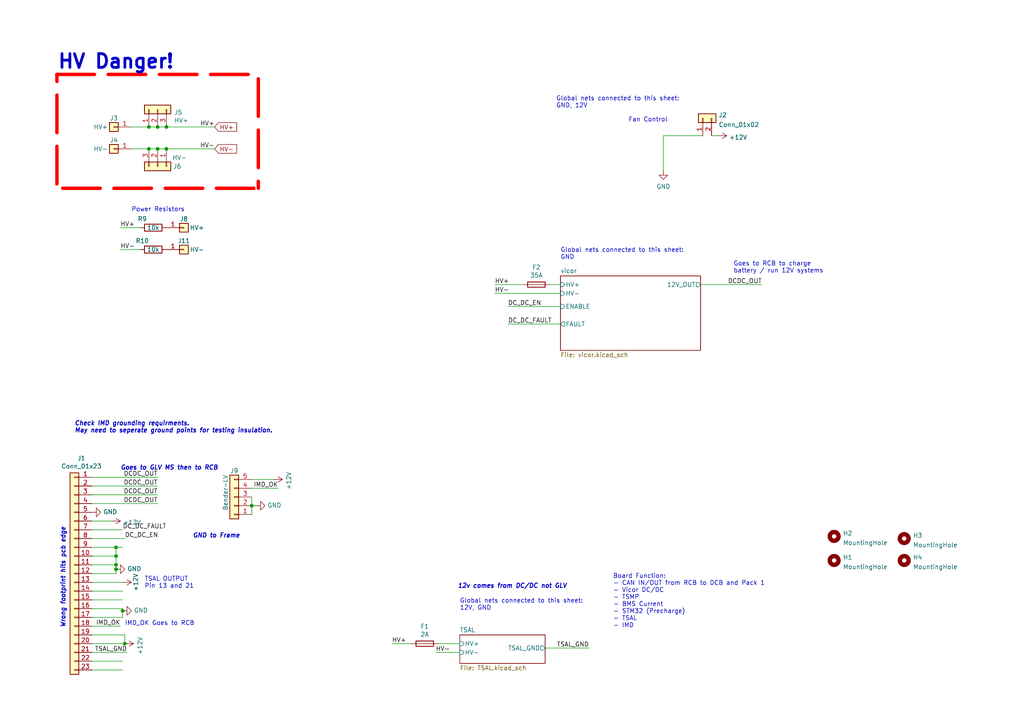
<source format=kicad_sch>
(kicad_sch (version 20211123) (generator eeschema)
  (paper "A4")
  (lib_symbols
    (symbol "Connector_Generic:Conn_01x01" (pin_names (offset 1.016) hide)
      (property "Reference" "J" (at 0 2.54 0))
      (property "Value" "Conn_01x01" (at 0 -2.54 0))
      (symbol "Conn_01x01_1_1"
        (rectangle (start -1.27 0.127) (end 0 -0.127) (stroke (width 0.1524)))
        (rectangle (start -1.27 1.27) (end 1.27 -1.27) (stroke (width 0.254)) (fill (type background)))
        (pin passive line (at -5.08 0 0) (length 3.81) (name "Pin_1") (number "1"))
      )
    )
    (symbol "Connector_Generic:Conn_01x02" (pin_names (offset 1.016) hide)
      (property "Reference" "J" (at 0 2.54 0))
      (property "Value" "Conn_01x02" (at 0 -5.08 0))
      (symbol "Conn_01x02_1_1"
        (rectangle (start -1.27 -2.413) (end 0 -2.667) (stroke (width 0.1524)))
        (rectangle (start -1.27 0.127) (end 0 -0.127) (stroke (width 0.1524)))
        (rectangle (start -1.27 1.27) (end 1.27 -3.81) (stroke (width 0.254)) (fill (type background)))
        (pin passive line (at -5.08 0 0) (length 3.81) (name "Pin_1") (number "1"))
        (pin passive line (at -5.08 -2.54 0) (length 3.81) (name "Pin_2") (number "2"))
      )
    )
    (symbol "Connector_Generic:Conn_01x03" (pin_names (offset 1.016) hide)
      (property "Reference" "J" (at 0 5.08 0))
      (property "Value" "Conn_01x03" (at 0 -5.08 0))
      (symbol "Conn_01x03_1_1"
        (rectangle (start -1.27 -2.413) (end 0 -2.667) (stroke (width 0.1524)))
        (rectangle (start -1.27 0.127) (end 0 -0.127) (stroke (width 0.1524)))
        (rectangle (start -1.27 2.667) (end 0 2.413) (stroke (width 0.1524)))
        (rectangle (start -1.27 3.81) (end 1.27 -3.81) (stroke (width 0.254)) (fill (type background)))
        (pin passive line (at -5.08 2.54 0) (length 3.81) (name "Pin_1") (number "1"))
        (pin passive line (at -5.08 0 0) (length 3.81) (name "Pin_2") (number "2"))
        (pin passive line (at -5.08 -2.54 0) (length 3.81) (name "Pin_3") (number "3"))
      )
    )
    (symbol "Connector_Generic:Conn_01x05" (pin_names (offset 1.016) hide)
      (property "Reference" "J" (at 0 7.62 0))
      (property "Value" "Conn_01x05" (at 0 -7.62 0))
      (symbol "Conn_01x05_1_1"
        (rectangle (start -1.27 -4.953) (end 0 -5.207) (stroke (width 0.1524)))
        (rectangle (start -1.27 -2.413) (end 0 -2.667) (stroke (width 0.1524)))
        (rectangle (start -1.27 0.127) (end 0 -0.127) (stroke (width 0.1524)))
        (rectangle (start -1.27 2.667) (end 0 2.413) (stroke (width 0.1524)))
        (rectangle (start -1.27 5.207) (end 0 4.953) (stroke (width 0.1524)))
        (rectangle (start -1.27 6.35) (end 1.27 -6.35) (stroke (width 0.254)) (fill (type background)))
        (pin passive line (at -5.08 5.08 0) (length 3.81) (name "Pin_1") (number "1"))
        (pin passive line (at -5.08 2.54 0) (length 3.81) (name "Pin_2") (number "2"))
        (pin passive line (at -5.08 0 0) (length 3.81) (name "Pin_3") (number "3"))
        (pin passive line (at -5.08 -2.54 0) (length 3.81) (name "Pin_4") (number "4"))
        (pin passive line (at -5.08 -5.08 0) (length 3.81) (name "Pin_5") (number "5"))
      )
    )
    (symbol "Connector_Generic:Conn_01x23" (pin_names (offset 1.016) hide)
      (property "Reference" "J" (at 0 30.48 0))
      (property "Value" "Conn_01x23" (at 0 -30.48 0))
      (symbol "Conn_01x23_1_1"
        (rectangle (start -1.27 -27.813) (end 0 -28.067) (stroke (width 0.1524)))
        (rectangle (start -1.27 -25.273) (end 0 -25.527) (stroke (width 0.1524)))
        (rectangle (start -1.27 -22.733) (end 0 -22.987) (stroke (width 0.1524)))
        (rectangle (start -1.27 -20.193) (end 0 -20.447) (stroke (width 0.1524)))
        (rectangle (start -1.27 -17.653) (end 0 -17.907) (stroke (width 0.1524)))
        (rectangle (start -1.27 -15.113) (end 0 -15.367) (stroke (width 0.1524)))
        (rectangle (start -1.27 -12.573) (end 0 -12.827) (stroke (width 0.1524)))
        (rectangle (start -1.27 -10.033) (end 0 -10.287) (stroke (width 0.1524)))
        (rectangle (start -1.27 -7.493) (end 0 -7.747) (stroke (width 0.1524)))
        (rectangle (start -1.27 -4.953) (end 0 -5.207) (stroke (width 0.1524)))
        (rectangle (start -1.27 -2.413) (end 0 -2.667) (stroke (width 0.1524)))
        (rectangle (start -1.27 0.127) (end 0 -0.127) (stroke (width 0.1524)))
        (rectangle (start -1.27 2.667) (end 0 2.413) (stroke (width 0.1524)))
        (rectangle (start -1.27 5.207) (end 0 4.953) (stroke (width 0.1524)))
        (rectangle (start -1.27 7.747) (end 0 7.493) (stroke (width 0.1524)))
        (rectangle (start -1.27 10.287) (end 0 10.033) (stroke (width 0.1524)))
        (rectangle (start -1.27 12.827) (end 0 12.573) (stroke (width 0.1524)))
        (rectangle (start -1.27 15.367) (end 0 15.113) (stroke (width 0.1524)))
        (rectangle (start -1.27 17.907) (end 0 17.653) (stroke (width 0.1524)))
        (rectangle (start -1.27 20.447) (end 0 20.193) (stroke (width 0.1524)))
        (rectangle (start -1.27 22.987) (end 0 22.733) (stroke (width 0.1524)))
        (rectangle (start -1.27 25.527) (end 0 25.273) (stroke (width 0.1524)))
        (rectangle (start -1.27 28.067) (end 0 27.813) (stroke (width 0.1524)))
        (rectangle (start -1.27 29.21) (end 1.27 -29.21) (stroke (width 0.254)) (fill (type background)))
        (pin passive line (at -5.08 27.94 0) (length 3.81) (name "Pin_1") (number "1"))
        (pin passive line (at -5.08 5.08 0) (length 3.81) (name "Pin_10") (number "10"))
        (pin passive line (at -5.08 2.54 0) (length 3.81) (name "Pin_11") (number "11"))
        (pin passive line (at -5.08 0 0) (length 3.81) (name "Pin_12") (number "12"))
        (pin passive line (at -5.08 -2.54 0) (length 3.81) (name "Pin_13") (number "13"))
        (pin passive line (at -5.08 -5.08 0) (length 3.81) (name "Pin_14") (number "14"))
        (pin passive line (at -5.08 -7.62 0) (length 3.81) (name "Pin_15") (number "15"))
        (pin passive line (at -5.08 -10.16 0) (length 3.81) (name "Pin_16") (number "16"))
        (pin passive line (at -5.08 -12.7 0) (length 3.81) (name "Pin_17") (number "17"))
        (pin passive line (at -5.08 -15.24 0) (length 3.81) (name "Pin_18") (number "18"))
        (pin passive line (at -5.08 -17.78 0) (length 3.81) (name "Pin_19") (number "19"))
        (pin passive line (at -5.08 25.4 0) (length 3.81) (name "Pin_2") (number "2"))
        (pin passive line (at -5.08 -20.32 0) (length 3.81) (name "Pin_20") (number "20"))
        (pin passive line (at -5.08 -22.86 0) (length 3.81) (name "Pin_21") (number "21"))
        (pin passive line (at -5.08 -25.4 0) (length 3.81) (name "Pin_22") (number "22"))
        (pin passive line (at -5.08 -27.94 0) (length 3.81) (name "Pin_23") (number "23"))
        (pin passive line (at -5.08 22.86 0) (length 3.81) (name "Pin_3") (number "3"))
        (pin passive line (at -5.08 20.32 0) (length 3.81) (name "Pin_4") (number "4"))
        (pin passive line (at -5.08 17.78 0) (length 3.81) (name "Pin_5") (number "5"))
        (pin passive line (at -5.08 15.24 0) (length 3.81) (name "Pin_6") (number "6"))
        (pin passive line (at -5.08 12.7 0) (length 3.81) (name "Pin_7") (number "7"))
        (pin passive line (at -5.08 10.16 0) (length 3.81) (name "Pin_8") (number "8"))
        (pin passive line (at -5.08 7.62 0) (length 3.81) (name "Pin_9") (number "9"))
      )
    )
    (symbol "Device:Fuse" (pin_numbers hide) (pin_names (offset 0))
      (property "Reference" "F" (at 2.032 0 90))
      (property "Value" "Fuse" (at -1.905 0 90))
      (symbol "Fuse_0_1"
        (rectangle (start -0.762 -2.54) (end 0.762 2.54) (stroke (width 0.254)))
        (polyline (pts (xy 0 2.54) (xy 0 -2.54)))
      )
      (symbol "Fuse_1_1"
        (pin passive line (at 0 3.81 270) (length 1.27) (name "~") (number "1"))
        (pin passive line (at 0 -3.81 90) (length 1.27) (name "~") (number "2"))
      )
    )
    (symbol "Device:R" (pin_numbers hide) (pin_names (offset 0))
      (property "Reference" "R" (at 2.032 0 90))
      (property "Value" "R" (at 0 0 90))
      (symbol "R_0_1"
        (rectangle (start -1.016 -2.54) (end 1.016 2.54) (stroke (width 0.254)))
      )
      (symbol "R_1_1"
        (pin passive line (at 0 3.81 270) (length 1.27) (name "~") (number "1"))
        (pin passive line (at 0 -3.81 90) (length 1.27) (name "~") (number "2"))
      )
    )
    (symbol "Mechanical:MountingHole" (pin_names (offset 1.016))
      (property "Reference" "H" (at 0 5.08 0))
      (property "Value" "MountingHole" (at 0 3.175 0))
      (symbol "MountingHole_0_1"
        (circle (center 0 0) (radius 1.27) (stroke (width 1.27)))
      )
    )
    (symbol "power:+12V" (power) (pin_names (offset 0))
      (property "Value" "+12V" (at 0 3.556 0))
      (symbol "+12V_0_1"
        (polyline (pts (xy -0.762 1.27) (xy 0 2.54)))
        (polyline (pts (xy 0 0) (xy 0 2.54)))
        (polyline (pts (xy 0 2.54) (xy 0.762 1.27)))
      )
      (symbol "+12V_1_1"
        (pin power_in line (at 0 0 90) (length 0) hide (name "+12V") (number "1"))
      )
    )
    (symbol "power:GND" (power) (pin_names (offset 0))
      (property "Value" "GND" (at 0 -3.81 0))
      (symbol "GND_0_1"
        (polyline (pts (xy 0 0) (xy 0 -1.27) (xy 1.27 -1.27) (xy 0 -2.54) (xy -1.27 -1.27) (xy 0 -1.27)))
      )
      (symbol "GND_1_1"
        (pin power_in line (at 0 0 270) (length 0) hide (name "GND") (number "1"))
      )
    )
  )
  (junction (at 35.56 177.165))
  (junction (at 33.655 165.1))
  (junction (at 33.655 161.29))
  (junction (at 45.72 43.18))
  (junction (at 45.72 36.83))
  (junction (at 36.195 186.69))
  (junction (at 48.26 43.18))
  (junction (at 43.18 43.18))
  (junction (at 43.18 36.83))
  (junction (at 33.655 163.83))
  (junction (at 48.26 36.83))
  (junction (at 73.025 146.685))
  (junction (at 33.655 158.75))
  (wire (pts (xy 26.67 140.97) (xy 45.72 140.97)))
  (wire (pts (xy 38.1 43.18) (xy 43.18 43.18)))
  (wire (pts (xy 26.67 191.77) (xy 35.56 191.77)))
  (wire (pts (xy 26.67 153.67) (xy 35.56 153.67)))
  (wire (pts (xy 113.665 186.69) (xy 119.38 186.69)))
  (wire (pts (xy 73.025 146.685) (xy 74.295 146.685)))
  (wire (pts (xy 73.025 141.605) (xy 80.645 141.605)))
  (wire (pts (xy 26.67 173.99) (xy 35.56 173.99)))
  (wire (pts (xy 147.32 88.9) (xy 162.56 88.9)))
  (wire (pts (xy 26.67 138.43) (xy 45.72 138.43)))
  (wire (pts (xy 162.56 82.55) (xy 159.385 82.55)))
  (wire (pts (xy 26.67 158.75) (xy 33.655 158.75)))
  (wire (pts (xy 33.655 163.83) (xy 33.655 165.1)))
  (polyline (pts (xy 73.66 54.61) (xy 16.51 54.61)) (stroke (width 0.9906) (color 255 0 0 1)))
  (wire (pts (xy 26.67 179.07) (xy 35.56 179.07)))
  (wire (pts (xy 203.2 82.55) (xy 220.98 82.55)))
  (wire (pts (xy 26.67 181.61) (xy 34.925 181.61)))
  (wire (pts (xy 36.195 186.69) (xy 26.67 186.69)))
  (wire (pts (xy 33.655 166.37) (xy 26.67 166.37)))
  (wire (pts (xy 26.67 146.05) (xy 45.72 146.05)))
  (wire (pts (xy 170.815 187.96) (xy 158.115 187.96)))
  (wire (pts (xy 73.025 146.685) (xy 73.025 149.225)))
  (wire (pts (xy 26.67 171.45) (xy 35.56 171.45)))
  (wire (pts (xy 192.405 49.53) (xy 192.405 39.37)))
  (wire (pts (xy 35.56 176.53) (xy 35.56 177.165)))
  (wire (pts (xy 26.67 163.83) (xy 33.655 163.83)))
  (wire (pts (xy 26.67 156.21) (xy 36.195 156.21)))
  (polyline (pts (xy 16.51 21.59) (xy 73.66 21.59)) (stroke (width 0.9906) (color 253 0 0 1)))
  (polyline (pts (xy 74.93 22.86) (xy 74.93 54.61)) (stroke (width 0.9906) (color 255 0 0 1)))
  (wire (pts (xy 26.67 189.23) (xy 36.83 189.23)))
  (wire (pts (xy 73.025 139.065) (xy 79.375 139.065)))
  (wire (pts (xy 206.375 39.37) (xy 208.28 39.37)))
  (wire (pts (xy 48.26 43.18) (xy 62.23 43.18)))
  (wire (pts (xy 73.025 144.145) (xy 73.025 146.685)))
  (polyline (pts (xy 16.51 53.34) (xy 16.51 21.59)) (stroke (width 0.9906) (color 255 0 0 1)))
  (wire (pts (xy 43.18 43.18) (xy 45.72 43.18)))
  (wire (pts (xy 192.405 39.37) (xy 203.835 39.37)))
  (wire (pts (xy 43.18 36.83) (xy 45.72 36.83)))
  (wire (pts (xy 126.365 189.23) (xy 133.35 189.23)))
  (wire (pts (xy 147.32 93.98) (xy 162.56 93.98)))
  (wire (pts (xy 45.72 43.18) (xy 48.26 43.18)))
  (wire (pts (xy 35.56 177.165) (xy 35.56 179.07)))
  (wire (pts (xy 143.51 85.09) (xy 162.56 85.09)))
  (wire (pts (xy 26.67 168.91) (xy 35.56 168.91)))
  (wire (pts (xy 33.655 158.75) (xy 33.655 161.29)))
  (wire (pts (xy 34.925 66.04) (xy 40.64 66.04)))
  (wire (pts (xy 26.67 151.13) (xy 32.385 151.13)))
  (wire (pts (xy 127 186.69) (xy 133.35 186.69)))
  (wire (pts (xy 33.655 165.1) (xy 33.655 166.37)))
  (wire (pts (xy 33.655 161.29) (xy 33.655 163.83)))
  (wire (pts (xy 36.195 184.15) (xy 36.195 186.69)))
  (wire (pts (xy 26.67 184.15) (xy 36.195 184.15)))
  (wire (pts (xy 48.26 36.83) (xy 62.23 36.83)))
  (wire (pts (xy 26.67 194.31) (xy 35.56 194.31)))
  (wire (pts (xy 26.67 176.53) (xy 35.56 176.53)))
  (wire (pts (xy 143.51 82.55) (xy 151.765 82.55)))
  (wire (pts (xy 26.67 161.29) (xy 33.655 161.29)))
  (wire (pts (xy 45.72 36.83) (xy 48.26 36.83)))
  (wire (pts (xy 33.655 158.75) (xy 35.56 158.75)))
  (wire (pts (xy 38.1 36.83) (xy 43.18 36.83)))
  (wire (pts (xy 26.67 143.51) (xy 45.72 143.51)))
  (wire (pts (xy 34.925 72.39) (xy 40.64 72.39)))
  (text "Global nets connected to this sheet: \nGND, 12V\n\n\n" (at 161.29 35.56 0) (effects (font (size 1.27 1.27)) (justify left bottom)))
  (text "Global nets connected to this sheet: \n12V, GND" (at 133.35 177.165 0) (effects (font (size 1.27 1.27)) (justify left bottom)))
  (text "IMD_OK Goes to RCB" (at 36.195 181.61 0) (effects (font (size 1.27 1.27)) (justify left bottom)))
  (text "Goes to RCB to charge \nbattery / run 12V systems\n" (at 212.725 79.375 0) (effects (font (size 1.27 1.27)) (justify left bottom)))
  (text "TSAL OUTPUT\nPin 13 and 21" (at 41.91 170.815 0) (effects (font (size 1.27 1.27)) (justify left bottom)))
  (text "Board Function: \n- CAN IN/OUT from RCB to DCB and Pack 1\n- Vicor DC/DC \n- TSMP\n- BMS Current\n- STM32 (Precharge)\n- TSAL\n- IMD" (at 177.8 182.245 0) (effects (font (size 1.27 1.27)) (justify left bottom)))
  (text "Power Resistors" (at 38.1 61.595 0) (effects (font (size 1.27 1.27)) (justify left bottom)))
  (text "12v comes from DC/DC not GLV" (at 132.715 170.815 0) (effects (font (size 1.27 1.27) bold italic) (justify left bottom)))
  (text "Goes to GLV MS then to RCB" (at 34.925 136.525 0) (effects (font (size 1.27 1.27) (thickness 0.254) bold italic) (justify left bottom)))
  (text "Fan Control" (at 182.245 35.56 0) (effects (font (size 1.27 1.27)) (justify left bottom)))
  (text "GND to Frame\n" (at 55.88 156.21 0) (effects (font (size 1.27 1.27) bold italic) (justify left bottom)))
  (text "Global nets connected to this sheet: \nGND\n\n" (at 162.56 77.47 0) (effects (font (size 1.27 1.27)) (justify left bottom)))
  (text "HV Danger!" (at 16.51 20.32 0) (effects (font (size 3.9878 3.9878) (thickness 0.7976) bold) (justify left bottom)))
  (text "Check IMD grounding requirments. \nMay need to seperate ground points for testing insulation." (at 21.59 125.73 0) (effects (font (size 1.27 1.27) bold italic) (justify left bottom)))
  (text "Wrong footprint hits pcb edge" (at 19.05 182.245 90) (effects (font (size 1.27 1.27) (thickness 0.254) bold italic) (justify left bottom)))
  (label "HV-" (at 126.365 189.23 0))
  (label "IMD_OK" (at 80.645 141.605 180))
  (label "DC_DC_FAULT" (at 35.56 153.67 0))
  (label "TSAL_GND" (at 170.815 187.96 180))
  (label "IMD_OK" (at 34.925 181.61 180))
  (label "HV-" (at 143.51 85.09 0))
  (label "DC_DC_FAULT" (at 147.32 93.98 0))
  (label "DCDC_OUT" (at 45.72 146.05 180))
  (label "HV+" (at 113.665 186.69 0))
  (label "DCDC_OUT" (at 45.72 143.51 180))
  (label "DC_DC_EN" (at 36.195 156.21 0))
  (label "DC_DC_EN" (at 147.32 88.9 0))
  (label "HV-" (at 34.925 72.39 0))
  (label "HV+" (at 143.51 82.55 0))
  (label "HV+" (at 62.23 36.83 180))
  (label "HV-" (at 62.23 43.18 180))
  (label "TSAL_GND" (at 36.83 189.23 180))
  (label "DCDC_OUT" (at 45.72 140.97 180))
  (label "HV+" (at 34.925 66.04 0))
  (label "DCDC_OUT" (at 45.72 138.43 180))
  (label "DCDC_OUT" (at 220.98 82.55 180))
  (global_label "HV+" (shape input) (at 62.23 36.83 0) (property "Intersheet References" "${INTERSHEET_REFS}" (effects hide)))
  (global_label "HV-" (shape input) (at 62.23 43.18 0) (property "Intersheet References" "${INTERSHEET_REFS}" (effects hide)))
  (symbol (lib_id "Connector_Generic:Conn_01x01") (at 33.02 36.83 180) (unit 1)
    (property "Reference" "J3" (at 33.02 34.29 0))
    (property "Value" "HV+" (at 29.21 36.83 0))
    (property "Footprint" "Connector_Hirose:Hirose_DF63M-1P-3.96DSA_1x01_P3.96mm_Vertical" (effects hide))
  )
  (symbol (lib_id "Connector_Generic:Conn_01x23") (at 21.59 166.37 0) (mirror y) (unit 1)
    (property "Reference" "J1" (at 23.622 132.9182 0))
    (property "Value" "Conn_01x23" (at 23.622 135.2296 0))
    (property "Footprint" "AERO_Footprints:TE_1-770669-1_23pin_Horizontal" (effects hide))
  )
  (symbol (lib_id "power:GND") (at 33.655 165.1 90) (unit 1)
    (property "Reference" "#PWR02" (effects hide))
    (property "Value" "GND" (at 36.9062 164.973 90) (effects (justify right)))
  )
  (symbol (lib_id "power:+12V") (at 32.385 151.13 270) (unit 1)
    (property "Reference" "#PWR01" (effects hide))
    (property "Value" "+12V" (at 35.6362 151.511 90) (effects (justify left)))
  )
  (symbol (lib_id "Connector_Generic:Conn_01x05") (at 67.945 144.145 180) (unit 1)
    (property "Reference" "J9" (at 67.945 136.525 0))
    (property "Value" "Bender-LV" (at 65.405 142.875 90))
    (property "Footprint" "Connector_JST:JST_XH_B5B-XH-A_1x05_P2.50mm_Vertical" (effects hide))
  )
  (symbol (lib_id "power:GND") (at 74.295 146.685 90) (unit 1)
    (property "Reference" "#PWR011" (effects hide))
    (property "Value" "GND" (at 77.5462 146.558 90) (effects (justify right)))
  )
  (symbol (lib_id "power:+12V") (at 79.375 139.065 270) (unit 1)
    (property "Reference" "#PWR010" (effects hide))
    (property "Value" "+12V" (at 83.7692 139.446 0))
  )
  (symbol (lib_id "Device:Fuse") (at 155.575 82.55 270) (unit 1)
    (property "Reference" "F2" (at 155.575 77.5462 90))
    (property "Value" "35A" (at 155.575 79.8576 90))
    (property "Footprint" "Fuse:Fuseholder_Cylinder-5x20mm_Schurter_0031_8201_Horizontal_Open" (effects hide))
  )
  (symbol (lib_id "Connector_Generic:Conn_01x03") (at 45.72 31.75 90) (unit 1)
    (property "Reference" "J5" (at 50.4952 32.6136 90) (effects (justify right)))
    (property "Value" "HV+" (at 50.4952 34.925 90) (effects (justify right)))
    (property "Footprint" "AERO_Footprints:TE_MATE-N-LOK_1-770870-x_1x03_P4.14mm_Vertical" (effects hide))
  )
  (symbol (lib_id "Connector_Generic:Conn_01x03") (at 45.72 48.26 270) (unit 1)
    (property "Reference" "J6" (at 51.435 48.26 90))
    (property "Value" "HV-" (at 52.07 45.72 90))
    (property "Footprint" "AERO_Footprints:TE_MATE-N-LOK_1-770870-x_1x03_P4.14mm_Vertical" (effects hide))
  )
  (symbol (lib_id "power:+12V") (at 35.56 168.91 270) (mirror x) (unit 1)
    (property "Reference" "#PWR09" (effects hide))
    (property "Value" "+12V" (at 39.37 168.91 0))
  )
  (symbol (lib_id "Device:Fuse") (at 123.19 186.69 270) (unit 1)
    (property "Reference" "F1" (at 123.19 181.6862 90))
    (property "Value" "2A" (at 123.19 183.9976 90))
    (property "Footprint" "Fuse:Fuseholder_Cylinder-5x20mm_Schurter_0031_8201_Horizontal_Open" (effects hide))
  )
  (symbol (lib_id "Connector_Generic:Conn_01x01") (at 33.02 43.18 180) (unit 1)
    (property "Reference" "J4" (at 33.02 40.64 0))
    (property "Value" "HV-" (at 29.21 43.18 0))
    (property "Footprint" "Connector_Hirose:Hirose_DF63M-1P-3.96DSA_1x01_P3.96mm_Vertical" (effects hide))
  )
  (symbol (lib_id "Connector_Generic:Conn_01x01") (at 53.34 66.04 0) (mirror x) (unit 1)
    (property "Reference" "J8" (at 53.34 63.5 0))
    (property "Value" "HV+" (at 57.15 66.04 0))
    (property "Footprint" "Connector_Hirose:Hirose_DF63M-1P-3.96DSA_1x01_P3.96mm_Vertical" (effects hide))
  )
  (symbol (lib_id "Mechanical:MountingHole") (at 262.255 162.56 0) (unit 1)
    (property "Reference" "H4" (at 264.795 161.6515 0) (effects (justify left)))
    (property "Value" "MountingHole" (at 264.795 164.4266 0) (effects (justify left)))
    (property "Footprint" "MountingHole:MountingHole_3.2mm_M3" (effects hide))
  )
  (symbol (lib_id "Mechanical:MountingHole") (at 241.935 155.575 0) (unit 1)
    (property "Reference" "H2" (at 244.475 154.6665 0) (effects (justify left)))
    (property "Value" "MountingHole" (at 244.475 157.4416 0) (effects (justify left)))
    (property "Footprint" "MountingHole:MountingHole_3.2mm_M3" (effects hide))
  )
  (symbol (lib_id "power:GND") (at 35.56 177.165 90) (unit 1)
    (property "Reference" "#PWR0103" (effects hide))
    (property "Value" "GND" (at 38.8112 177.038 90) (effects (justify right)))
  )
  (symbol (lib_id "power:+12V") (at 208.28 39.37 270) (unit 1)
    (property "Reference" "#PWR0101" (effects hide))
    (property "Value" "+12V" (at 211.455 39.849 90) (effects (justify left)))
  )
  (symbol (lib_id "Device:R") (at 44.45 66.04 90) (unit 1)
    (property "Reference" "R9" (at 41.275 63.5 90))
    (property "Value" "10k" (at 44.45 66.04 90))
    (property "Footprint" "Resistor_THT:R_Axial_Power_L50.0mm_W9.0mm_P60.96mm" (effects hide))
  )
  (symbol (lib_id "power:GND") (at 192.405 49.53 0) (mirror y) (unit 1)
    (property "Reference" "#PWR0102" (effects hide))
    (property "Value" "GND" (at 192.405 54.0925 0))
  )
  (symbol (lib_id "power:GND") (at 26.67 148.59 90) (unit 1)
    (property "Reference" "#PWR0111" (effects hide))
    (property "Value" "GND" (at 29.9212 148.463 90) (effects (justify right)))
  )
  (symbol (lib_id "Connector_Generic:Conn_01x02") (at 203.835 34.29 90) (unit 1)
    (property "Reference" "J2" (at 208.407 33.3815 90) (effects (justify right)))
    (property "Value" "Conn_01x02" (at 208.407 36.1566 90) (effects (justify right)))
    (property "Footprint" "Connector_JST:JST_XH_B2B-XH-A_1x02_P2.50mm_Vertical" (effects hide))
  )
  (symbol (lib_id "Mechanical:MountingHole") (at 262.255 156.21 0) (unit 1)
    (property "Reference" "H3" (at 264.795 155.3015 0) (effects (justify left)))
    (property "Value" "MountingHole" (at 264.795 158.0766 0) (effects (justify left)))
    (property "Footprint" "MountingHole:MountingHole_3.2mm_M3" (effects hide))
  )
  (symbol (lib_id "Device:R") (at 44.45 72.39 90) (unit 1)
    (property "Reference" "R10" (at 41.275 69.85 90))
    (property "Value" "10k" (at 44.45 72.39 90))
    (property "Footprint" "Resistor_THT:R_Axial_Power_L50.0mm_W9.0mm_P60.96mm" (effects hide))
  )
  (symbol (lib_id "Connector_Generic:Conn_01x01") (at 53.34 72.39 0) (mirror x) (unit 1)
    (property "Reference" "J11" (at 53.34 69.85 0))
    (property "Value" "HV-" (at 57.15 72.39 0))
    (property "Footprint" "Connector_Hirose:Hirose_DF63M-1P-3.96DSA_1x01_P3.96mm_Vertical" (effects hide))
  )
  (symbol (lib_id "Mechanical:MountingHole") (at 241.935 162.56 0) (unit 1)
    (property "Reference" "H1" (at 244.475 161.6515 0) (effects (justify left)))
    (property "Value" "MountingHole" (at 244.475 164.4266 0) (effects (justify left)))
    (property "Footprint" "MountingHole:MountingHole_3.2mm_M3" (effects hide))
  )
  (symbol (lib_id "power:+12V") (at 36.195 186.69 270) (mirror x) (unit 1)
    (property "Reference" "#PWR0107" (effects hide))
    (property "Value" "+12V" (at 40.64 187.325 0))
  )
  (sheet (at 162.56 80.01) (size 40.64 21.59)
    (property "Sheet name" "vicor" (at 162.56 79.2984 0) (effects (justify left bottom)))
    (property "Sheet file" "vicor.kicad_sch" (at 162.56 102.1846 0) (effects (justify left top)))
    (pin "ENABLE" input (at 162.56 88.9 180))
    (pin "FAULT" output (at 162.56 93.98 180))
    (pin "HV+" input (at 162.56 82.55 180))
    (pin "HV-" input (at 162.56 85.09 180))
    (pin "12V_OUT" output (at 203.2 82.55 0))
  )
  (sheet (at 133.35 184.15) (size 24.765 8.255)
    (property "Sheet name" "TSAL" (at 133.35 183.4384 0) (effects (justify left bottom)))
    (property "Sheet file" "TSAL.kicad_sch" (at 133.35 192.9896 0) (effects (justify left top)))
    (pin "TSAL_GND" output (at 158.115 187.96 0))
    (pin "HV+" input (at 133.35 186.69 180))
    (pin "HV-" input (at 133.35 189.23 180))
  )
)
</source>
